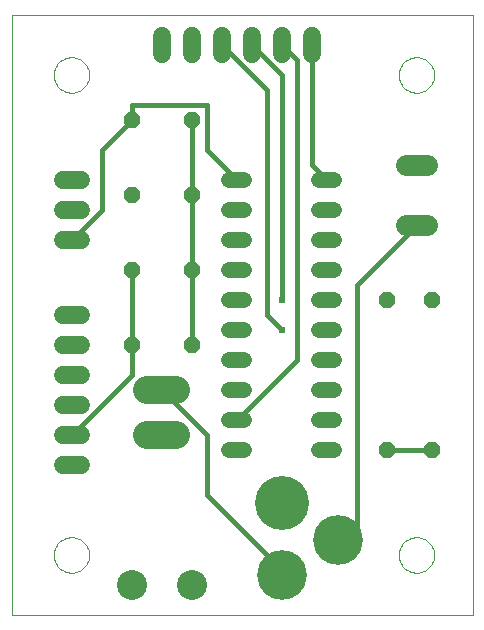
<source format=gtl>
G75*
%MOIN*%
%OFA0B0*%
%FSLAX24Y24*%
%IPPOS*%
%LPD*%
%AMOC8*
5,1,8,0,0,1.08239X$1,22.5*
%
%ADD10C,0.0000*%
%ADD11C,0.0520*%
%ADD12OC8,0.0520*%
%ADD13C,0.0600*%
%ADD14C,0.0705*%
%ADD15C,0.1800*%
%ADD16C,0.1660*%
%ADD17C,0.0945*%
%ADD18C,0.1000*%
%ADD19C,0.0150*%
%ADD20C,0.0240*%
D10*
X000100Y000100D02*
X000100Y020096D01*
X015470Y020096D01*
X015470Y000100D01*
X000100Y000100D01*
X001509Y002100D02*
X001511Y002148D01*
X001517Y002196D01*
X001527Y002243D01*
X001540Y002289D01*
X001558Y002334D01*
X001578Y002378D01*
X001603Y002420D01*
X001631Y002459D01*
X001661Y002496D01*
X001695Y002530D01*
X001732Y002562D01*
X001770Y002591D01*
X001811Y002616D01*
X001854Y002638D01*
X001899Y002656D01*
X001945Y002670D01*
X001992Y002681D01*
X002040Y002688D01*
X002088Y002691D01*
X002136Y002690D01*
X002184Y002685D01*
X002232Y002676D01*
X002278Y002664D01*
X002323Y002647D01*
X002367Y002627D01*
X002409Y002604D01*
X002449Y002577D01*
X002487Y002547D01*
X002522Y002514D01*
X002554Y002478D01*
X002584Y002440D01*
X002610Y002399D01*
X002632Y002356D01*
X002652Y002312D01*
X002667Y002267D01*
X002679Y002220D01*
X002687Y002172D01*
X002691Y002124D01*
X002691Y002076D01*
X002687Y002028D01*
X002679Y001980D01*
X002667Y001933D01*
X002652Y001888D01*
X002632Y001844D01*
X002610Y001801D01*
X002584Y001760D01*
X002554Y001722D01*
X002522Y001686D01*
X002487Y001653D01*
X002449Y001623D01*
X002409Y001596D01*
X002367Y001573D01*
X002323Y001553D01*
X002278Y001536D01*
X002232Y001524D01*
X002184Y001515D01*
X002136Y001510D01*
X002088Y001509D01*
X002040Y001512D01*
X001992Y001519D01*
X001945Y001530D01*
X001899Y001544D01*
X001854Y001562D01*
X001811Y001584D01*
X001770Y001609D01*
X001732Y001638D01*
X001695Y001670D01*
X001661Y001704D01*
X001631Y001741D01*
X001603Y001780D01*
X001578Y001822D01*
X001558Y001866D01*
X001540Y001911D01*
X001527Y001957D01*
X001517Y002004D01*
X001511Y002052D01*
X001509Y002100D01*
X013009Y002100D02*
X013011Y002148D01*
X013017Y002196D01*
X013027Y002243D01*
X013040Y002289D01*
X013058Y002334D01*
X013078Y002378D01*
X013103Y002420D01*
X013131Y002459D01*
X013161Y002496D01*
X013195Y002530D01*
X013232Y002562D01*
X013270Y002591D01*
X013311Y002616D01*
X013354Y002638D01*
X013399Y002656D01*
X013445Y002670D01*
X013492Y002681D01*
X013540Y002688D01*
X013588Y002691D01*
X013636Y002690D01*
X013684Y002685D01*
X013732Y002676D01*
X013778Y002664D01*
X013823Y002647D01*
X013867Y002627D01*
X013909Y002604D01*
X013949Y002577D01*
X013987Y002547D01*
X014022Y002514D01*
X014054Y002478D01*
X014084Y002440D01*
X014110Y002399D01*
X014132Y002356D01*
X014152Y002312D01*
X014167Y002267D01*
X014179Y002220D01*
X014187Y002172D01*
X014191Y002124D01*
X014191Y002076D01*
X014187Y002028D01*
X014179Y001980D01*
X014167Y001933D01*
X014152Y001888D01*
X014132Y001844D01*
X014110Y001801D01*
X014084Y001760D01*
X014054Y001722D01*
X014022Y001686D01*
X013987Y001653D01*
X013949Y001623D01*
X013909Y001596D01*
X013867Y001573D01*
X013823Y001553D01*
X013778Y001536D01*
X013732Y001524D01*
X013684Y001515D01*
X013636Y001510D01*
X013588Y001509D01*
X013540Y001512D01*
X013492Y001519D01*
X013445Y001530D01*
X013399Y001544D01*
X013354Y001562D01*
X013311Y001584D01*
X013270Y001609D01*
X013232Y001638D01*
X013195Y001670D01*
X013161Y001704D01*
X013131Y001741D01*
X013103Y001780D01*
X013078Y001822D01*
X013058Y001866D01*
X013040Y001911D01*
X013027Y001957D01*
X013017Y002004D01*
X013011Y002052D01*
X013009Y002100D01*
X013009Y018100D02*
X013011Y018148D01*
X013017Y018196D01*
X013027Y018243D01*
X013040Y018289D01*
X013058Y018334D01*
X013078Y018378D01*
X013103Y018420D01*
X013131Y018459D01*
X013161Y018496D01*
X013195Y018530D01*
X013232Y018562D01*
X013270Y018591D01*
X013311Y018616D01*
X013354Y018638D01*
X013399Y018656D01*
X013445Y018670D01*
X013492Y018681D01*
X013540Y018688D01*
X013588Y018691D01*
X013636Y018690D01*
X013684Y018685D01*
X013732Y018676D01*
X013778Y018664D01*
X013823Y018647D01*
X013867Y018627D01*
X013909Y018604D01*
X013949Y018577D01*
X013987Y018547D01*
X014022Y018514D01*
X014054Y018478D01*
X014084Y018440D01*
X014110Y018399D01*
X014132Y018356D01*
X014152Y018312D01*
X014167Y018267D01*
X014179Y018220D01*
X014187Y018172D01*
X014191Y018124D01*
X014191Y018076D01*
X014187Y018028D01*
X014179Y017980D01*
X014167Y017933D01*
X014152Y017888D01*
X014132Y017844D01*
X014110Y017801D01*
X014084Y017760D01*
X014054Y017722D01*
X014022Y017686D01*
X013987Y017653D01*
X013949Y017623D01*
X013909Y017596D01*
X013867Y017573D01*
X013823Y017553D01*
X013778Y017536D01*
X013732Y017524D01*
X013684Y017515D01*
X013636Y017510D01*
X013588Y017509D01*
X013540Y017512D01*
X013492Y017519D01*
X013445Y017530D01*
X013399Y017544D01*
X013354Y017562D01*
X013311Y017584D01*
X013270Y017609D01*
X013232Y017638D01*
X013195Y017670D01*
X013161Y017704D01*
X013131Y017741D01*
X013103Y017780D01*
X013078Y017822D01*
X013058Y017866D01*
X013040Y017911D01*
X013027Y017957D01*
X013017Y018004D01*
X013011Y018052D01*
X013009Y018100D01*
X001509Y018100D02*
X001511Y018148D01*
X001517Y018196D01*
X001527Y018243D01*
X001540Y018289D01*
X001558Y018334D01*
X001578Y018378D01*
X001603Y018420D01*
X001631Y018459D01*
X001661Y018496D01*
X001695Y018530D01*
X001732Y018562D01*
X001770Y018591D01*
X001811Y018616D01*
X001854Y018638D01*
X001899Y018656D01*
X001945Y018670D01*
X001992Y018681D01*
X002040Y018688D01*
X002088Y018691D01*
X002136Y018690D01*
X002184Y018685D01*
X002232Y018676D01*
X002278Y018664D01*
X002323Y018647D01*
X002367Y018627D01*
X002409Y018604D01*
X002449Y018577D01*
X002487Y018547D01*
X002522Y018514D01*
X002554Y018478D01*
X002584Y018440D01*
X002610Y018399D01*
X002632Y018356D01*
X002652Y018312D01*
X002667Y018267D01*
X002679Y018220D01*
X002687Y018172D01*
X002691Y018124D01*
X002691Y018076D01*
X002687Y018028D01*
X002679Y017980D01*
X002667Y017933D01*
X002652Y017888D01*
X002632Y017844D01*
X002610Y017801D01*
X002584Y017760D01*
X002554Y017722D01*
X002522Y017686D01*
X002487Y017653D01*
X002449Y017623D01*
X002409Y017596D01*
X002367Y017573D01*
X002323Y017553D01*
X002278Y017536D01*
X002232Y017524D01*
X002184Y017515D01*
X002136Y017510D01*
X002088Y017509D01*
X002040Y017512D01*
X001992Y017519D01*
X001945Y017530D01*
X001899Y017544D01*
X001854Y017562D01*
X001811Y017584D01*
X001770Y017609D01*
X001732Y017638D01*
X001695Y017670D01*
X001661Y017704D01*
X001631Y017741D01*
X001603Y017780D01*
X001578Y017822D01*
X001558Y017866D01*
X001540Y017911D01*
X001527Y017957D01*
X001517Y018004D01*
X001511Y018052D01*
X001509Y018100D01*
D11*
X007340Y014600D02*
X007860Y014600D01*
X007860Y013600D02*
X007340Y013600D01*
X007340Y012600D02*
X007860Y012600D01*
X007860Y011600D02*
X007340Y011600D01*
X007340Y010600D02*
X007860Y010600D01*
X007860Y009600D02*
X007340Y009600D01*
X007340Y008600D02*
X007860Y008600D01*
X007860Y007600D02*
X007340Y007600D01*
X007340Y006600D02*
X007860Y006600D01*
X007860Y005600D02*
X007340Y005600D01*
X010340Y005600D02*
X010860Y005600D01*
X010860Y006600D02*
X010340Y006600D01*
X010340Y007600D02*
X010860Y007600D01*
X010860Y008600D02*
X010340Y008600D01*
X010340Y009600D02*
X010860Y009600D01*
X010860Y010600D02*
X010340Y010600D01*
X010340Y011600D02*
X010860Y011600D01*
X010860Y012600D02*
X010340Y012600D01*
X010340Y013600D02*
X010860Y013600D01*
X010860Y014600D02*
X010340Y014600D01*
D12*
X012600Y010600D03*
X014100Y010600D03*
X014100Y005600D03*
X012600Y005600D03*
X006100Y009100D03*
X006100Y011600D03*
X006100Y014100D03*
X004100Y014100D03*
X004100Y011600D03*
X004100Y009100D03*
X004100Y016600D03*
X006100Y016600D03*
D13*
X006100Y018800D02*
X006100Y019400D01*
X007100Y019400D02*
X007100Y018800D01*
X008100Y018800D02*
X008100Y019400D01*
X009100Y019400D02*
X009100Y018800D01*
X010100Y018800D02*
X010100Y019400D01*
X005100Y019400D02*
X005100Y018800D01*
X002400Y014600D02*
X001800Y014600D01*
X001800Y013600D02*
X002400Y013600D01*
X002400Y012600D02*
X001800Y012600D01*
X001800Y010100D02*
X002400Y010100D01*
X002400Y009100D02*
X001800Y009100D01*
X001800Y008100D02*
X002400Y008100D01*
X002400Y007100D02*
X001800Y007100D01*
X001800Y006100D02*
X002400Y006100D01*
X002400Y005100D02*
X001800Y005100D01*
D14*
X013248Y013116D02*
X013953Y013116D01*
X013953Y015084D02*
X013248Y015084D01*
D15*
X009100Y003820D03*
D16*
X009100Y001419D03*
X010990Y002600D03*
D17*
X005573Y006100D02*
X004628Y006100D01*
X004628Y007600D02*
X005573Y007600D01*
D18*
X006100Y001100D03*
X004100Y001100D03*
D19*
X006600Y004100D02*
X009100Y001600D01*
X009100Y001419D01*
X010990Y002600D02*
X011100Y002600D01*
X011600Y003100D01*
X011600Y011100D01*
X013600Y013100D01*
X013600Y013116D01*
X010600Y014600D02*
X010100Y015100D01*
X010100Y019100D01*
X009600Y018600D02*
X009100Y019100D01*
X009600Y018600D02*
X009600Y008600D01*
X007600Y006600D01*
X006600Y006100D02*
X006600Y004100D01*
X006600Y006100D02*
X005100Y007600D01*
X004100Y008100D02*
X004100Y009100D01*
X004100Y011600D01*
X002100Y012600D02*
X003100Y013600D01*
X003100Y015600D01*
X004100Y016600D01*
X004100Y017100D01*
X006600Y017100D01*
X006600Y015600D01*
X007600Y014600D01*
X006100Y014100D02*
X006100Y011600D01*
X006100Y009100D01*
X004100Y008100D02*
X002100Y006100D01*
X006100Y014100D02*
X006100Y016600D01*
X007100Y019100D02*
X008600Y017600D01*
X008600Y010100D01*
X009100Y009600D01*
X009100Y010600D02*
X009100Y018100D01*
X008100Y019100D01*
X012600Y005600D02*
X014100Y005600D01*
D20*
X009100Y009600D03*
X009100Y010600D03*
M02*

</source>
